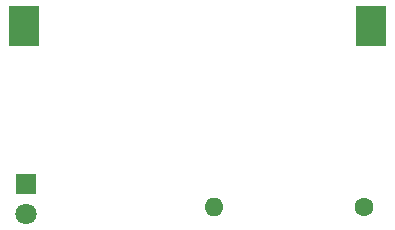
<source format=gbr>
%TF.GenerationSoftware,KiCad,Pcbnew,7.0.11-7.0.11~ubuntu20.04.1*%
%TF.CreationDate,2024-04-28T13:46:05-04:00*%
%TF.ProjectId,Tutorial1,5475746f-7269-4616-9c31-2e6b69636164,0*%
%TF.SameCoordinates,Original*%
%TF.FileFunction,Soldermask,Bot*%
%TF.FilePolarity,Negative*%
%FSLAX46Y46*%
G04 Gerber Fmt 4.6, Leading zero omitted, Abs format (unit mm)*
G04 Created by KiCad (PCBNEW 7.0.11-7.0.11~ubuntu20.04.1) date 2024-04-28 13:46:05*
%MOMM*%
%LPD*%
G01*
G04 APERTURE LIST*
%ADD10C,1.600000*%
%ADD11O,1.600000X1.600000*%
%ADD12C,1.800000*%
%ADD13R,1.800000X1.800000*%
%ADD14R,2.540000X3.510000*%
G04 APERTURE END LIST*
D10*
%TO.C,R1*%
X145000000Y-115000000D03*
D11*
X132300000Y-115000000D03*
%TD*%
D12*
%TO.C,D1*%
X116460000Y-115540000D03*
D13*
X116460000Y-113000000D03*
%TD*%
D14*
%TO.C,BT1*%
X145650000Y-99608970D03*
X116290000Y-99608970D03*
%TD*%
M02*

</source>
